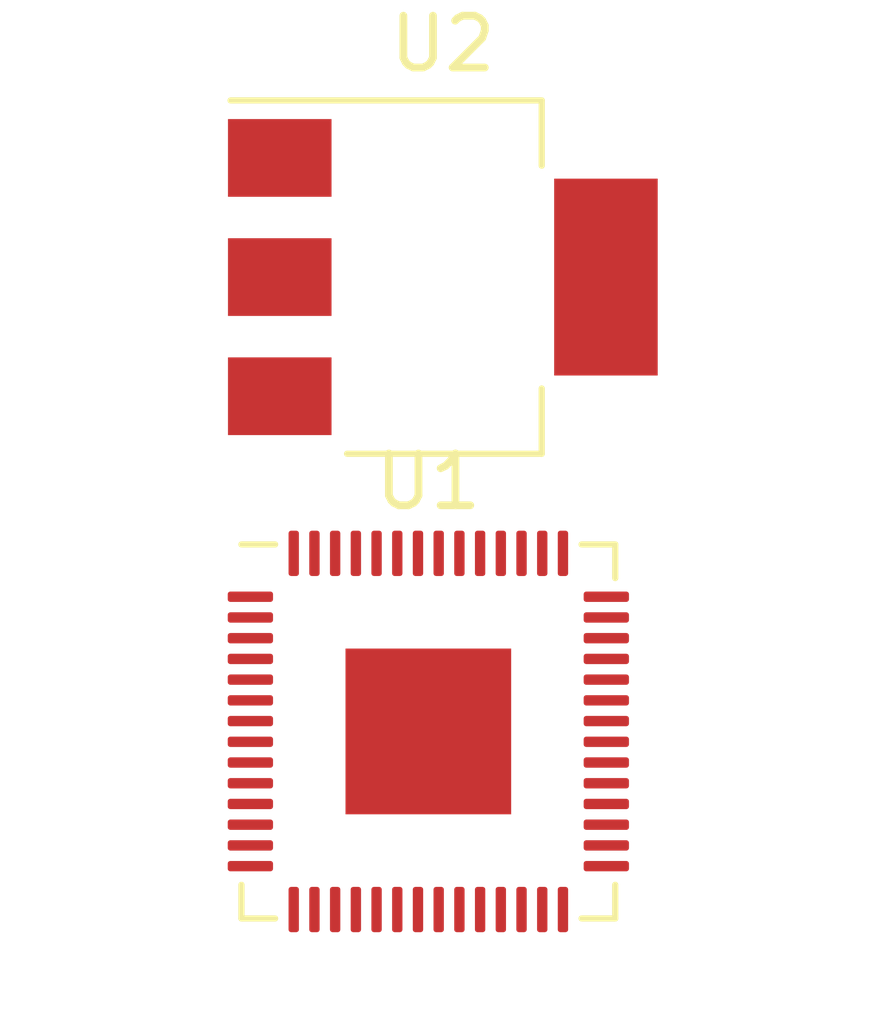
<source format=kicad_pcb>
(kicad_pcb (version 20221018) (generator pcbnew)
  (layers (0 "F.Cu" signal) (31 "B.Cu" signal) (34 "B.Paste" user) (35 "F.Paste" user) (36 "B.SilkS" user "B.Silkscreen") (37 "F.SilkS" user "F.Silkscreen") (38 "B.Mask" user) (39 "F.Mask" user) (44 "Edge.Cuts" user))
  (net 0 "")
  (net 1 "Net-(U1-IOVDD-Pad1)")
  (net 21 "Net-(U1-DVDD-Pad23)")
  (footprint "Package_TO_SOT_SMD:SOT-223-3_TabPin2" (layer "F.Cu") (at 60.3425 49.59)
    (fp_text reference "U2" (at 0 -4.5) (layer "F.SilkS"))
    (fp_text value "NCP1117-3.3_SOT223")
    (fp_line (start -4.1 -3.41) (end 1.91 -3.41) (stroke (width 0.12)) (layer "F.SilkS"))
    (fp_line (start -1.85 3.41) (end 1.91 3.41) (stroke (width 0.12)) (layer "F.SilkS"))
    (fp_line (start 1.91 -3.41) (end 1.91 -2.15) (stroke (width 0.12)) (layer "F.SilkS"))
    (fp_line (start 1.91 3.41) (end 1.91 2.15) (stroke (width 0.12)) (layer "F.SilkS"))
    (pad "1" smd rect (at -3.15 -2.3) (size 2 1.5) (layers "F.Cu" "F.Paste" "F.Mask"))
    (pad "2" smd rect (at -3.15 0) (size 2 1.5) (layers "F.Cu" "F.Paste" "F.Mask"))
    (pad "2" smd rect (at 3.15 0) (size 2 3.8) (layers "F.Cu" "F.Paste" "F.Mask"))
    (pad "3" smd rect (at -3.15 2.3) (size 2 1.5) (layers "F.Cu" "F.Paste" "F.Mask"))
  )
  (footprint "Package_DFN_QFN:QFN-56-1EP_7x7mm_P0.4mm_EP3.2x3.2mm" (layer "F.Cu") (at 60.0625 58.36)
    (fp_text reference "U1" (at 0 -4.82) (layer "F.SilkS"))
    (fp_text value "RP2040")
    (fp_line (start -3.61 3.61) (end -3.61 2.96) (stroke (width 0.12)) (layer "F.SilkS"))
    (fp_line (start -2.96 -3.61) (end -3.61 -3.61) (stroke (width 0.12)) (layer "F.SilkS"))
    (fp_line (start -2.96 3.61) (end -3.61 3.61) (stroke (width 0.12)) (layer "F.SilkS"))
    (fp_line (start 2.96 -3.61) (end 3.61 -3.61) (stroke (width 0.12)) (layer "F.SilkS"))
    (fp_line (start 2.96 3.61) (end 3.61 3.61) (stroke (width 0.12)) (layer "F.SilkS"))
    (fp_line (start 3.61 -3.61) (end 3.61 -2.96) (stroke (width 0.12)) (layer "F.SilkS"))
    (fp_line (start 3.61 3.61) (end 3.61 2.96) (stroke (width 0.12)) (layer "F.SilkS"))
    (pad "1" smd roundrect (at -3.4375 -2.6) (size 0.875 0.2) (layers "F.Cu" "F.Paste" "F.Mask") (net 1 "Net-(U1-IOVDD-Pad1)"))
    (pad "2" smd roundrect (at -3.4375 -2.2) (size 0.875 0.2) (layers "F.Cu" "F.Paste" "F.Mask"))
    (pad "3" smd roundrect (at -3.4375 -1.8) (size 0.875 0.2) (layers "F.Cu" "F.Paste" "F.Mask"))
    (pad "4" smd roundrect (at -3.4375 -1.4) (size 0.875 0.2) (layers "F.Cu" "F.Paste" "F.Mask"))
    (pad "5" smd roundrect (at -3.4375 -1) (size 0.875 0.2) (layers "F.Cu" "F.Paste" "F.Mask"))
    (pad "6" smd roundrect (at -3.4375 -0.6) (size 0.875 0.2) (layers "F.Cu" "F.Paste" "F.Mask"))
    (pad "7" smd roundrect (at -3.4375 -0.2) (size 0.875 0.2) (layers "F.Cu" "F.Paste" "F.Mask"))
    (pad "8" smd roundrect (at -3.4375 0.2) (size 0.875 0.2) (layers "F.Cu" "F.Paste" "F.Mask"))
    (pad "9" smd roundrect (at -3.4375 0.6) (size 0.875 0.2) (layers "F.Cu" "F.Paste" "F.Mask"))
    (pad "10" smd roundrect (at -3.4375 1) (size 0.875 0.2) (layers "F.Cu" "F.Paste" "F.Mask") (net 1 "Net-(U1-IOVDD-Pad1)"))
    (pad "11" smd roundrect (at -3.4375 1.4) (size 0.875 0.2) (layers "F.Cu" "F.Paste" "F.Mask"))
    (pad "12" smd roundrect (at -3.4375 1.8) (size 0.875 0.2) (layers "F.Cu" "F.Paste" "F.Mask"))
    (pad "13" smd roundrect (at -3.4375 2.2) (size 0.875 0.2) (layers "F.Cu" "F.Paste" "F.Mask"))
    (pad "14" smd roundrect (at -3.4375 2.6) (size 0.875 0.2) (layers "F.Cu" "F.Paste" "F.Mask"))
    (pad "15" smd roundrect (at -2.6 3.4375) (size 0.2 0.875) (layers "F.Cu" "F.Paste" "F.Mask"))
    (pad "16" smd roundrect (at -2.2 3.4375) (size 0.2 0.875) (layers "F.Cu" "F.Paste" "F.Mask"))
    (pad "17" smd roundrect (at -1.8 3.4375) (size 0.2 0.875) (layers "F.Cu" "F.Paste" "F.Mask"))
    (pad "18" smd roundrect (at -1.4 3.4375) (size 0.2 0.875) (layers "F.Cu" "F.Paste" "F.Mask"))
    (pad "19" smd roundrect (at -1 3.4375) (size 0.2 0.875) (layers "F.Cu" "F.Paste" "F.Mask"))
    (pad "20" smd roundrect (at -0.6 3.4375) (size 0.2 0.875) (layers "F.Cu" "F.Paste" "F.Mask"))
    (pad "21" smd roundrect (at -0.2 3.4375) (size 0.2 0.875) (layers "F.Cu" "F.Paste" "F.Mask"))
    (pad "22" smd roundrect (at 0.2 3.4375) (size 0.2 0.875) (layers "F.Cu" "F.Paste" "F.Mask") (net 1 "Net-(U1-IOVDD-Pad1)"))
    (pad "23" smd roundrect (at 0.6 3.4375) (size 0.2 0.875) (layers "F.Cu" "F.Paste" "F.Mask") (net 21 "Net-(U1-DVDD-Pad23)"))
    (pad "24" smd roundrect (at 1 3.4375) (size 0.2 0.875) (layers "F.Cu" "F.Paste" "F.Mask"))
    (pad "25" smd roundrect (at 1.4 3.4375) (size 0.2 0.875) (layers "F.Cu" "F.Paste" "F.Mask"))
    (pad "26" smd roundrect (at 1.8 3.4375) (size 0.2 0.875) (layers "F.Cu" "F.Paste" "F.Mask"))
    (pad "27" smd roundrect (at 2.2 3.4375) (size 0.2 0.875) (layers "F.Cu" "F.Paste" "F.Mask"))
    (pad "28" smd roundrect (at 2.6 3.4375) (size 0.2 0.875) (layers "F.Cu" "F.Paste" "F.Mask"))
    (pad "29" smd roundrect (at 3.4375 2.6) (size 0.875 0.2) (layers "F.Cu" "F.Paste" "F.Mask"))
    (pad "30" smd roundrect (at 3.4375 2.2) (size 0.875 0.2) (layers "F.Cu" "F.Paste" "F.Mask"))
    (pad "31" smd roundrect (at 3.4375 1.8) (size 0.875 0.2) (layers "F.Cu" "F.Paste" "F.Mask"))
    (pad "32" smd roundrect (at 3.4375 1.4) (size 0.875 0.2) (layers "F.Cu" "F.Paste" "F.Mask"))
    (pad "33" smd roundrect (at 3.4375 1) (size 0.875 0.2) (layers "F.Cu" "F.Paste" "F.Mask") (net 1 "Net-(U1-IOVDD-Pad1)"))
    (pad "34" smd roundrect (at 3.4375 0.6) (size 0.875 0.2) (layers "F.Cu" "F.Paste" "F.Mask"))
    (pad "35" smd roundrect (at 3.4375 0.2) (size 0.875 0.2) (layers "F.Cu" "F.Paste" "F.Mask"))
    (pad "36" smd roundrect (at 3.4375 -0.2) (size 0.875 0.2) (layers "F.Cu" "F.Paste" "F.Mask"))
    (pad "37" smd roundrect (at 3.4375 -0.6) (size 0.875 0.2) (layers "F.Cu" "F.Paste" "F.Mask"))
    (pad "38" smd roundrect (at 3.4375 -1) (size 0.875 0.2) (layers "F.Cu" "F.Paste" "F.Mask"))
    (pad "39" smd roundrect (at 3.4375 -1.4) (size 0.875 0.2) (layers "F.Cu" "F.Paste" "F.Mask"))
    (pad "40" smd roundrect (at 3.4375 -1.8) (size 0.875 0.2) (layers "F.Cu" "F.Paste" "F.Mask"))
    (pad "41" smd roundrect (at 3.4375 -2.2) (size 0.875 0.2) (layers "F.Cu" "F.Paste" "F.Mask"))
    (pad "42" smd roundrect (at 3.4375 -2.6) (size 0.875 0.2) (layers "F.Cu" "F.Paste" "F.Mask") (net 1 "Net-(U1-IOVDD-Pad1)"))
    (pad "43" smd roundrect (at 2.6 -3.4375) (size 0.2 0.875) (layers "F.Cu" "F.Paste" "F.Mask"))
    (pad "44" smd roundrect (at 2.2 -3.4375) (size 0.2 0.875) (layers "F.Cu" "F.Paste" "F.Mask"))
    (pad "45" smd roundrect (at 1.8 -3.4375) (size 0.2 0.875) (layers "F.Cu" "F.Paste" "F.Mask"))
    (pad "46" smd roundrect (at 1.4 -3.4375) (size 0.2 0.875) (layers "F.Cu" "F.Paste" "F.Mask"))
    (pad "47" smd roundrect (at 1 -3.4375) (size 0.2 0.875) (layers "F.Cu" "F.Paste" "F.Mask"))
    (pad "48" smd roundrect (at 0.6 -3.4375) (size 0.2 0.875) (layers "F.Cu" "F.Paste" "F.Mask"))
    (pad "49" smd roundrect (at 0.2 -3.4375) (size 0.2 0.875) (layers "F.Cu" "F.Paste" "F.Mask") (net 1 "Net-(U1-IOVDD-Pad1)"))
    (pad "50" smd roundrect (at -0.2 -3.4375) (size 0.2 0.875) (layers "F.Cu" "F.Paste" "F.Mask") (net 21 "Net-(U1-DVDD-Pad23)"))
    (pad "51" smd roundrect (at -0.6 -3.4375) (size 0.2 0.875) (layers "F.Cu" "F.Paste" "F.Mask"))
    (pad "52" smd roundrect (at -1 -3.4375) (size 0.2 0.875) (layers "F.Cu" "F.Paste" "F.Mask"))
    (pad "53" smd roundrect (at -1.4 -3.4375) (size 0.2 0.875) (layers "F.Cu" "F.Paste" "F.Mask"))
    (pad "54" smd roundrect (at -1.8 -3.4375) (size 0.2 0.875) (layers "F.Cu" "F.Paste" "F.Mask"))
    (pad "55" smd roundrect (at -2.2 -3.4375) (size 0.2 0.875) (layers "F.Cu" "F.Paste" "F.Mask"))
    (pad "56" smd roundrect (at -2.6 -3.4375) (size 0.2 0.875) (layers "F.Cu" "F.Paste" "F.Mask"))
    (pad "57" smd rect (at 0 0) (size 3.2 3.2) (layers "F.Cu" "F.Mask"))
  )
)
</source>
